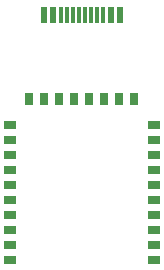
<source format=gbr>
G04 #@! TF.GenerationSoftware,KiCad,Pcbnew,(5.1.10)-1*
G04 #@! TF.CreationDate,2021-09-27T22:25:22-06:00*
G04 #@! TF.ProjectId,BlueMicro833_vddh,426c7565-4d69-4637-926f-3833335f7664,rev?*
G04 #@! TF.SameCoordinates,Original*
G04 #@! TF.FileFunction,Paste,Bot*
G04 #@! TF.FilePolarity,Positive*
%FSLAX46Y46*%
G04 Gerber Fmt 4.6, Leading zero omitted, Abs format (unit mm)*
G04 Created by KiCad (PCBNEW (5.1.10)-1) date 2021-09-27 22:25:22*
%MOMM*%
%LPD*%
G01*
G04 APERTURE LIST*
%ADD10R,0.600000X1.450000*%
%ADD11R,0.300000X1.450000*%
%ADD12R,1.000000X0.650000*%
%ADD13R,0.650000X1.000000*%
G04 APERTURE END LIST*
D10*
X107051533Y-117032775D03*
X106251533Y-117032775D03*
X101351533Y-117032775D03*
X100551533Y-117032775D03*
X100551533Y-117032775D03*
X101351533Y-117032775D03*
X106251533Y-117032775D03*
X107051533Y-117032775D03*
D11*
X102051533Y-117032775D03*
X102551533Y-117032775D03*
X103051533Y-117032775D03*
X104051533Y-117032775D03*
X104551533Y-117032775D03*
X105051533Y-117032775D03*
X105551533Y-117032775D03*
X103551533Y-117032775D03*
D12*
X97682533Y-126322775D03*
X97682533Y-127592775D03*
X97682533Y-128862775D03*
X97682533Y-130132775D03*
X97682533Y-131402775D03*
X97682533Y-132672775D03*
X97682533Y-133942775D03*
X97682533Y-135212775D03*
X97682533Y-136482775D03*
X97682533Y-137752775D03*
X109920533Y-130132775D03*
X109920533Y-137752775D03*
X109920533Y-131402775D03*
X109920533Y-136482775D03*
X109920533Y-135212775D03*
X109920533Y-133942775D03*
X109920533Y-128862775D03*
X109920533Y-132672775D03*
X109920533Y-127592775D03*
X109920533Y-126322775D03*
D13*
X106951533Y-124103775D03*
X99331533Y-124103775D03*
X105681533Y-124103775D03*
X100601533Y-124103775D03*
X101871533Y-124103775D03*
X103141533Y-124103775D03*
X108221533Y-124103775D03*
X104411533Y-124103775D03*
M02*

</source>
